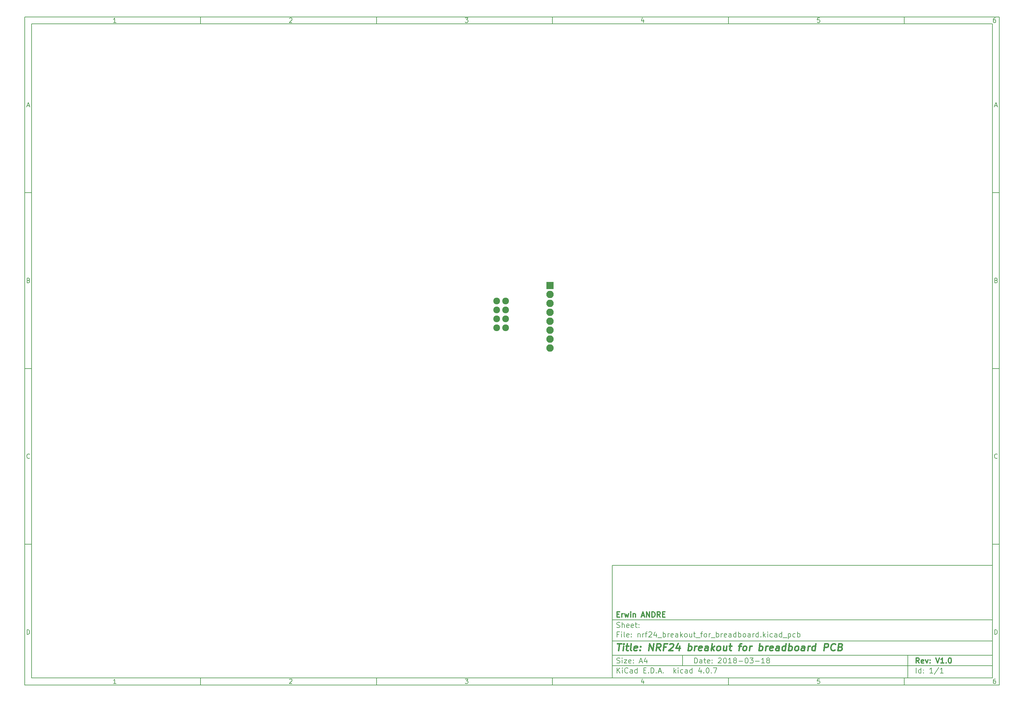
<source format=gbs>
G04 #@! TF.FileFunction,Soldermask,Bot*
%FSLAX46Y46*%
G04 Gerber Fmt 4.6, Leading zero omitted, Abs format (unit mm)*
G04 Created by KiCad (PCBNEW 4.0.7) date 03/19/18 18:58:34*
%MOMM*%
%LPD*%
G01*
G04 APERTURE LIST*
%ADD10C,0.100000*%
%ADD11C,0.150000*%
%ADD12C,0.300000*%
%ADD13C,0.400000*%
%ADD14C,1.924000*%
%ADD15R,2.100000X2.100000*%
%ADD16O,2.100000X2.100000*%
G04 APERTURE END LIST*
D10*
D11*
X177002200Y-166007200D02*
X177002200Y-198007200D01*
X285002200Y-198007200D01*
X285002200Y-166007200D01*
X177002200Y-166007200D01*
D10*
D11*
X10000000Y-10000000D02*
X10000000Y-200007200D01*
X287002200Y-200007200D01*
X287002200Y-10000000D01*
X10000000Y-10000000D01*
D10*
D11*
X12000000Y-12000000D02*
X12000000Y-198007200D01*
X285002200Y-198007200D01*
X285002200Y-12000000D01*
X12000000Y-12000000D01*
D10*
D11*
X60000000Y-12000000D02*
X60000000Y-10000000D01*
D10*
D11*
X110000000Y-12000000D02*
X110000000Y-10000000D01*
D10*
D11*
X160000000Y-12000000D02*
X160000000Y-10000000D01*
D10*
D11*
X210000000Y-12000000D02*
X210000000Y-10000000D01*
D10*
D11*
X260000000Y-12000000D02*
X260000000Y-10000000D01*
D10*
D11*
X35990476Y-11588095D02*
X35247619Y-11588095D01*
X35619048Y-11588095D02*
X35619048Y-10288095D01*
X35495238Y-10473810D01*
X35371429Y-10597619D01*
X35247619Y-10659524D01*
D10*
D11*
X85247619Y-10411905D02*
X85309524Y-10350000D01*
X85433333Y-10288095D01*
X85742857Y-10288095D01*
X85866667Y-10350000D01*
X85928571Y-10411905D01*
X85990476Y-10535714D01*
X85990476Y-10659524D01*
X85928571Y-10845238D01*
X85185714Y-11588095D01*
X85990476Y-11588095D01*
D10*
D11*
X135185714Y-10288095D02*
X135990476Y-10288095D01*
X135557143Y-10783333D01*
X135742857Y-10783333D01*
X135866667Y-10845238D01*
X135928571Y-10907143D01*
X135990476Y-11030952D01*
X135990476Y-11340476D01*
X135928571Y-11464286D01*
X135866667Y-11526190D01*
X135742857Y-11588095D01*
X135371429Y-11588095D01*
X135247619Y-11526190D01*
X135185714Y-11464286D01*
D10*
D11*
X185866667Y-10721429D02*
X185866667Y-11588095D01*
X185557143Y-10226190D02*
X185247619Y-11154762D01*
X186052381Y-11154762D01*
D10*
D11*
X235928571Y-10288095D02*
X235309524Y-10288095D01*
X235247619Y-10907143D01*
X235309524Y-10845238D01*
X235433333Y-10783333D01*
X235742857Y-10783333D01*
X235866667Y-10845238D01*
X235928571Y-10907143D01*
X235990476Y-11030952D01*
X235990476Y-11340476D01*
X235928571Y-11464286D01*
X235866667Y-11526190D01*
X235742857Y-11588095D01*
X235433333Y-11588095D01*
X235309524Y-11526190D01*
X235247619Y-11464286D01*
D10*
D11*
X285866667Y-10288095D02*
X285619048Y-10288095D01*
X285495238Y-10350000D01*
X285433333Y-10411905D01*
X285309524Y-10597619D01*
X285247619Y-10845238D01*
X285247619Y-11340476D01*
X285309524Y-11464286D01*
X285371429Y-11526190D01*
X285495238Y-11588095D01*
X285742857Y-11588095D01*
X285866667Y-11526190D01*
X285928571Y-11464286D01*
X285990476Y-11340476D01*
X285990476Y-11030952D01*
X285928571Y-10907143D01*
X285866667Y-10845238D01*
X285742857Y-10783333D01*
X285495238Y-10783333D01*
X285371429Y-10845238D01*
X285309524Y-10907143D01*
X285247619Y-11030952D01*
D10*
D11*
X60000000Y-198007200D02*
X60000000Y-200007200D01*
D10*
D11*
X110000000Y-198007200D02*
X110000000Y-200007200D01*
D10*
D11*
X160000000Y-198007200D02*
X160000000Y-200007200D01*
D10*
D11*
X210000000Y-198007200D02*
X210000000Y-200007200D01*
D10*
D11*
X260000000Y-198007200D02*
X260000000Y-200007200D01*
D10*
D11*
X35990476Y-199595295D02*
X35247619Y-199595295D01*
X35619048Y-199595295D02*
X35619048Y-198295295D01*
X35495238Y-198481010D01*
X35371429Y-198604819D01*
X35247619Y-198666724D01*
D10*
D11*
X85247619Y-198419105D02*
X85309524Y-198357200D01*
X85433333Y-198295295D01*
X85742857Y-198295295D01*
X85866667Y-198357200D01*
X85928571Y-198419105D01*
X85990476Y-198542914D01*
X85990476Y-198666724D01*
X85928571Y-198852438D01*
X85185714Y-199595295D01*
X85990476Y-199595295D01*
D10*
D11*
X135185714Y-198295295D02*
X135990476Y-198295295D01*
X135557143Y-198790533D01*
X135742857Y-198790533D01*
X135866667Y-198852438D01*
X135928571Y-198914343D01*
X135990476Y-199038152D01*
X135990476Y-199347676D01*
X135928571Y-199471486D01*
X135866667Y-199533390D01*
X135742857Y-199595295D01*
X135371429Y-199595295D01*
X135247619Y-199533390D01*
X135185714Y-199471486D01*
D10*
D11*
X185866667Y-198728629D02*
X185866667Y-199595295D01*
X185557143Y-198233390D02*
X185247619Y-199161962D01*
X186052381Y-199161962D01*
D10*
D11*
X235928571Y-198295295D02*
X235309524Y-198295295D01*
X235247619Y-198914343D01*
X235309524Y-198852438D01*
X235433333Y-198790533D01*
X235742857Y-198790533D01*
X235866667Y-198852438D01*
X235928571Y-198914343D01*
X235990476Y-199038152D01*
X235990476Y-199347676D01*
X235928571Y-199471486D01*
X235866667Y-199533390D01*
X235742857Y-199595295D01*
X235433333Y-199595295D01*
X235309524Y-199533390D01*
X235247619Y-199471486D01*
D10*
D11*
X285866667Y-198295295D02*
X285619048Y-198295295D01*
X285495238Y-198357200D01*
X285433333Y-198419105D01*
X285309524Y-198604819D01*
X285247619Y-198852438D01*
X285247619Y-199347676D01*
X285309524Y-199471486D01*
X285371429Y-199533390D01*
X285495238Y-199595295D01*
X285742857Y-199595295D01*
X285866667Y-199533390D01*
X285928571Y-199471486D01*
X285990476Y-199347676D01*
X285990476Y-199038152D01*
X285928571Y-198914343D01*
X285866667Y-198852438D01*
X285742857Y-198790533D01*
X285495238Y-198790533D01*
X285371429Y-198852438D01*
X285309524Y-198914343D01*
X285247619Y-199038152D01*
D10*
D11*
X10000000Y-60000000D02*
X12000000Y-60000000D01*
D10*
D11*
X10000000Y-110000000D02*
X12000000Y-110000000D01*
D10*
D11*
X10000000Y-160000000D02*
X12000000Y-160000000D01*
D10*
D11*
X10690476Y-35216667D02*
X11309524Y-35216667D01*
X10566667Y-35588095D02*
X11000000Y-34288095D01*
X11433333Y-35588095D01*
D10*
D11*
X11092857Y-84907143D02*
X11278571Y-84969048D01*
X11340476Y-85030952D01*
X11402381Y-85154762D01*
X11402381Y-85340476D01*
X11340476Y-85464286D01*
X11278571Y-85526190D01*
X11154762Y-85588095D01*
X10659524Y-85588095D01*
X10659524Y-84288095D01*
X11092857Y-84288095D01*
X11216667Y-84350000D01*
X11278571Y-84411905D01*
X11340476Y-84535714D01*
X11340476Y-84659524D01*
X11278571Y-84783333D01*
X11216667Y-84845238D01*
X11092857Y-84907143D01*
X10659524Y-84907143D01*
D10*
D11*
X11402381Y-135464286D02*
X11340476Y-135526190D01*
X11154762Y-135588095D01*
X11030952Y-135588095D01*
X10845238Y-135526190D01*
X10721429Y-135402381D01*
X10659524Y-135278571D01*
X10597619Y-135030952D01*
X10597619Y-134845238D01*
X10659524Y-134597619D01*
X10721429Y-134473810D01*
X10845238Y-134350000D01*
X11030952Y-134288095D01*
X11154762Y-134288095D01*
X11340476Y-134350000D01*
X11402381Y-134411905D01*
D10*
D11*
X10659524Y-185588095D02*
X10659524Y-184288095D01*
X10969048Y-184288095D01*
X11154762Y-184350000D01*
X11278571Y-184473810D01*
X11340476Y-184597619D01*
X11402381Y-184845238D01*
X11402381Y-185030952D01*
X11340476Y-185278571D01*
X11278571Y-185402381D01*
X11154762Y-185526190D01*
X10969048Y-185588095D01*
X10659524Y-185588095D01*
D10*
D11*
X287002200Y-60000000D02*
X285002200Y-60000000D01*
D10*
D11*
X287002200Y-110000000D02*
X285002200Y-110000000D01*
D10*
D11*
X287002200Y-160000000D02*
X285002200Y-160000000D01*
D10*
D11*
X285692676Y-35216667D02*
X286311724Y-35216667D01*
X285568867Y-35588095D02*
X286002200Y-34288095D01*
X286435533Y-35588095D01*
D10*
D11*
X286095057Y-84907143D02*
X286280771Y-84969048D01*
X286342676Y-85030952D01*
X286404581Y-85154762D01*
X286404581Y-85340476D01*
X286342676Y-85464286D01*
X286280771Y-85526190D01*
X286156962Y-85588095D01*
X285661724Y-85588095D01*
X285661724Y-84288095D01*
X286095057Y-84288095D01*
X286218867Y-84350000D01*
X286280771Y-84411905D01*
X286342676Y-84535714D01*
X286342676Y-84659524D01*
X286280771Y-84783333D01*
X286218867Y-84845238D01*
X286095057Y-84907143D01*
X285661724Y-84907143D01*
D10*
D11*
X286404581Y-135464286D02*
X286342676Y-135526190D01*
X286156962Y-135588095D01*
X286033152Y-135588095D01*
X285847438Y-135526190D01*
X285723629Y-135402381D01*
X285661724Y-135278571D01*
X285599819Y-135030952D01*
X285599819Y-134845238D01*
X285661724Y-134597619D01*
X285723629Y-134473810D01*
X285847438Y-134350000D01*
X286033152Y-134288095D01*
X286156962Y-134288095D01*
X286342676Y-134350000D01*
X286404581Y-134411905D01*
D10*
D11*
X285661724Y-185588095D02*
X285661724Y-184288095D01*
X285971248Y-184288095D01*
X286156962Y-184350000D01*
X286280771Y-184473810D01*
X286342676Y-184597619D01*
X286404581Y-184845238D01*
X286404581Y-185030952D01*
X286342676Y-185278571D01*
X286280771Y-185402381D01*
X286156962Y-185526190D01*
X285971248Y-185588095D01*
X285661724Y-185588095D01*
D10*
D11*
X200359343Y-193785771D02*
X200359343Y-192285771D01*
X200716486Y-192285771D01*
X200930771Y-192357200D01*
X201073629Y-192500057D01*
X201145057Y-192642914D01*
X201216486Y-192928629D01*
X201216486Y-193142914D01*
X201145057Y-193428629D01*
X201073629Y-193571486D01*
X200930771Y-193714343D01*
X200716486Y-193785771D01*
X200359343Y-193785771D01*
X202502200Y-193785771D02*
X202502200Y-193000057D01*
X202430771Y-192857200D01*
X202287914Y-192785771D01*
X202002200Y-192785771D01*
X201859343Y-192857200D01*
X202502200Y-193714343D02*
X202359343Y-193785771D01*
X202002200Y-193785771D01*
X201859343Y-193714343D01*
X201787914Y-193571486D01*
X201787914Y-193428629D01*
X201859343Y-193285771D01*
X202002200Y-193214343D01*
X202359343Y-193214343D01*
X202502200Y-193142914D01*
X203002200Y-192785771D02*
X203573629Y-192785771D01*
X203216486Y-192285771D02*
X203216486Y-193571486D01*
X203287914Y-193714343D01*
X203430772Y-193785771D01*
X203573629Y-193785771D01*
X204645057Y-193714343D02*
X204502200Y-193785771D01*
X204216486Y-193785771D01*
X204073629Y-193714343D01*
X204002200Y-193571486D01*
X204002200Y-193000057D01*
X204073629Y-192857200D01*
X204216486Y-192785771D01*
X204502200Y-192785771D01*
X204645057Y-192857200D01*
X204716486Y-193000057D01*
X204716486Y-193142914D01*
X204002200Y-193285771D01*
X205359343Y-193642914D02*
X205430771Y-193714343D01*
X205359343Y-193785771D01*
X205287914Y-193714343D01*
X205359343Y-193642914D01*
X205359343Y-193785771D01*
X205359343Y-192857200D02*
X205430771Y-192928629D01*
X205359343Y-193000057D01*
X205287914Y-192928629D01*
X205359343Y-192857200D01*
X205359343Y-193000057D01*
X207145057Y-192428629D02*
X207216486Y-192357200D01*
X207359343Y-192285771D01*
X207716486Y-192285771D01*
X207859343Y-192357200D01*
X207930772Y-192428629D01*
X208002200Y-192571486D01*
X208002200Y-192714343D01*
X207930772Y-192928629D01*
X207073629Y-193785771D01*
X208002200Y-193785771D01*
X208930771Y-192285771D02*
X209073628Y-192285771D01*
X209216485Y-192357200D01*
X209287914Y-192428629D01*
X209359343Y-192571486D01*
X209430771Y-192857200D01*
X209430771Y-193214343D01*
X209359343Y-193500057D01*
X209287914Y-193642914D01*
X209216485Y-193714343D01*
X209073628Y-193785771D01*
X208930771Y-193785771D01*
X208787914Y-193714343D01*
X208716485Y-193642914D01*
X208645057Y-193500057D01*
X208573628Y-193214343D01*
X208573628Y-192857200D01*
X208645057Y-192571486D01*
X208716485Y-192428629D01*
X208787914Y-192357200D01*
X208930771Y-192285771D01*
X210859342Y-193785771D02*
X210002199Y-193785771D01*
X210430771Y-193785771D02*
X210430771Y-192285771D01*
X210287914Y-192500057D01*
X210145056Y-192642914D01*
X210002199Y-192714343D01*
X211716485Y-192928629D02*
X211573627Y-192857200D01*
X211502199Y-192785771D01*
X211430770Y-192642914D01*
X211430770Y-192571486D01*
X211502199Y-192428629D01*
X211573627Y-192357200D01*
X211716485Y-192285771D01*
X212002199Y-192285771D01*
X212145056Y-192357200D01*
X212216485Y-192428629D01*
X212287913Y-192571486D01*
X212287913Y-192642914D01*
X212216485Y-192785771D01*
X212145056Y-192857200D01*
X212002199Y-192928629D01*
X211716485Y-192928629D01*
X211573627Y-193000057D01*
X211502199Y-193071486D01*
X211430770Y-193214343D01*
X211430770Y-193500057D01*
X211502199Y-193642914D01*
X211573627Y-193714343D01*
X211716485Y-193785771D01*
X212002199Y-193785771D01*
X212145056Y-193714343D01*
X212216485Y-193642914D01*
X212287913Y-193500057D01*
X212287913Y-193214343D01*
X212216485Y-193071486D01*
X212145056Y-193000057D01*
X212002199Y-192928629D01*
X212930770Y-193214343D02*
X214073627Y-193214343D01*
X215073627Y-192285771D02*
X215216484Y-192285771D01*
X215359341Y-192357200D01*
X215430770Y-192428629D01*
X215502199Y-192571486D01*
X215573627Y-192857200D01*
X215573627Y-193214343D01*
X215502199Y-193500057D01*
X215430770Y-193642914D01*
X215359341Y-193714343D01*
X215216484Y-193785771D01*
X215073627Y-193785771D01*
X214930770Y-193714343D01*
X214859341Y-193642914D01*
X214787913Y-193500057D01*
X214716484Y-193214343D01*
X214716484Y-192857200D01*
X214787913Y-192571486D01*
X214859341Y-192428629D01*
X214930770Y-192357200D01*
X215073627Y-192285771D01*
X216073627Y-192285771D02*
X217002198Y-192285771D01*
X216502198Y-192857200D01*
X216716484Y-192857200D01*
X216859341Y-192928629D01*
X216930770Y-193000057D01*
X217002198Y-193142914D01*
X217002198Y-193500057D01*
X216930770Y-193642914D01*
X216859341Y-193714343D01*
X216716484Y-193785771D01*
X216287912Y-193785771D01*
X216145055Y-193714343D01*
X216073627Y-193642914D01*
X217645055Y-193214343D02*
X218787912Y-193214343D01*
X220287912Y-193785771D02*
X219430769Y-193785771D01*
X219859341Y-193785771D02*
X219859341Y-192285771D01*
X219716484Y-192500057D01*
X219573626Y-192642914D01*
X219430769Y-192714343D01*
X221145055Y-192928629D02*
X221002197Y-192857200D01*
X220930769Y-192785771D01*
X220859340Y-192642914D01*
X220859340Y-192571486D01*
X220930769Y-192428629D01*
X221002197Y-192357200D01*
X221145055Y-192285771D01*
X221430769Y-192285771D01*
X221573626Y-192357200D01*
X221645055Y-192428629D01*
X221716483Y-192571486D01*
X221716483Y-192642914D01*
X221645055Y-192785771D01*
X221573626Y-192857200D01*
X221430769Y-192928629D01*
X221145055Y-192928629D01*
X221002197Y-193000057D01*
X220930769Y-193071486D01*
X220859340Y-193214343D01*
X220859340Y-193500057D01*
X220930769Y-193642914D01*
X221002197Y-193714343D01*
X221145055Y-193785771D01*
X221430769Y-193785771D01*
X221573626Y-193714343D01*
X221645055Y-193642914D01*
X221716483Y-193500057D01*
X221716483Y-193214343D01*
X221645055Y-193071486D01*
X221573626Y-193000057D01*
X221430769Y-192928629D01*
D10*
D11*
X177002200Y-194507200D02*
X285002200Y-194507200D01*
D10*
D11*
X178359343Y-196585771D02*
X178359343Y-195085771D01*
X179216486Y-196585771D02*
X178573629Y-195728629D01*
X179216486Y-195085771D02*
X178359343Y-195942914D01*
X179859343Y-196585771D02*
X179859343Y-195585771D01*
X179859343Y-195085771D02*
X179787914Y-195157200D01*
X179859343Y-195228629D01*
X179930771Y-195157200D01*
X179859343Y-195085771D01*
X179859343Y-195228629D01*
X181430772Y-196442914D02*
X181359343Y-196514343D01*
X181145057Y-196585771D01*
X181002200Y-196585771D01*
X180787915Y-196514343D01*
X180645057Y-196371486D01*
X180573629Y-196228629D01*
X180502200Y-195942914D01*
X180502200Y-195728629D01*
X180573629Y-195442914D01*
X180645057Y-195300057D01*
X180787915Y-195157200D01*
X181002200Y-195085771D01*
X181145057Y-195085771D01*
X181359343Y-195157200D01*
X181430772Y-195228629D01*
X182716486Y-196585771D02*
X182716486Y-195800057D01*
X182645057Y-195657200D01*
X182502200Y-195585771D01*
X182216486Y-195585771D01*
X182073629Y-195657200D01*
X182716486Y-196514343D02*
X182573629Y-196585771D01*
X182216486Y-196585771D01*
X182073629Y-196514343D01*
X182002200Y-196371486D01*
X182002200Y-196228629D01*
X182073629Y-196085771D01*
X182216486Y-196014343D01*
X182573629Y-196014343D01*
X182716486Y-195942914D01*
X184073629Y-196585771D02*
X184073629Y-195085771D01*
X184073629Y-196514343D02*
X183930772Y-196585771D01*
X183645058Y-196585771D01*
X183502200Y-196514343D01*
X183430772Y-196442914D01*
X183359343Y-196300057D01*
X183359343Y-195871486D01*
X183430772Y-195728629D01*
X183502200Y-195657200D01*
X183645058Y-195585771D01*
X183930772Y-195585771D01*
X184073629Y-195657200D01*
X185930772Y-195800057D02*
X186430772Y-195800057D01*
X186645058Y-196585771D02*
X185930772Y-196585771D01*
X185930772Y-195085771D01*
X186645058Y-195085771D01*
X187287915Y-196442914D02*
X187359343Y-196514343D01*
X187287915Y-196585771D01*
X187216486Y-196514343D01*
X187287915Y-196442914D01*
X187287915Y-196585771D01*
X188002201Y-196585771D02*
X188002201Y-195085771D01*
X188359344Y-195085771D01*
X188573629Y-195157200D01*
X188716487Y-195300057D01*
X188787915Y-195442914D01*
X188859344Y-195728629D01*
X188859344Y-195942914D01*
X188787915Y-196228629D01*
X188716487Y-196371486D01*
X188573629Y-196514343D01*
X188359344Y-196585771D01*
X188002201Y-196585771D01*
X189502201Y-196442914D02*
X189573629Y-196514343D01*
X189502201Y-196585771D01*
X189430772Y-196514343D01*
X189502201Y-196442914D01*
X189502201Y-196585771D01*
X190145058Y-196157200D02*
X190859344Y-196157200D01*
X190002201Y-196585771D02*
X190502201Y-195085771D01*
X191002201Y-196585771D01*
X191502201Y-196442914D02*
X191573629Y-196514343D01*
X191502201Y-196585771D01*
X191430772Y-196514343D01*
X191502201Y-196442914D01*
X191502201Y-196585771D01*
X194502201Y-196585771D02*
X194502201Y-195085771D01*
X194645058Y-196014343D02*
X195073629Y-196585771D01*
X195073629Y-195585771D02*
X194502201Y-196157200D01*
X195716487Y-196585771D02*
X195716487Y-195585771D01*
X195716487Y-195085771D02*
X195645058Y-195157200D01*
X195716487Y-195228629D01*
X195787915Y-195157200D01*
X195716487Y-195085771D01*
X195716487Y-195228629D01*
X197073630Y-196514343D02*
X196930773Y-196585771D01*
X196645059Y-196585771D01*
X196502201Y-196514343D01*
X196430773Y-196442914D01*
X196359344Y-196300057D01*
X196359344Y-195871486D01*
X196430773Y-195728629D01*
X196502201Y-195657200D01*
X196645059Y-195585771D01*
X196930773Y-195585771D01*
X197073630Y-195657200D01*
X198359344Y-196585771D02*
X198359344Y-195800057D01*
X198287915Y-195657200D01*
X198145058Y-195585771D01*
X197859344Y-195585771D01*
X197716487Y-195657200D01*
X198359344Y-196514343D02*
X198216487Y-196585771D01*
X197859344Y-196585771D01*
X197716487Y-196514343D01*
X197645058Y-196371486D01*
X197645058Y-196228629D01*
X197716487Y-196085771D01*
X197859344Y-196014343D01*
X198216487Y-196014343D01*
X198359344Y-195942914D01*
X199716487Y-196585771D02*
X199716487Y-195085771D01*
X199716487Y-196514343D02*
X199573630Y-196585771D01*
X199287916Y-196585771D01*
X199145058Y-196514343D01*
X199073630Y-196442914D01*
X199002201Y-196300057D01*
X199002201Y-195871486D01*
X199073630Y-195728629D01*
X199145058Y-195657200D01*
X199287916Y-195585771D01*
X199573630Y-195585771D01*
X199716487Y-195657200D01*
X202216487Y-195585771D02*
X202216487Y-196585771D01*
X201859344Y-195014343D02*
X201502201Y-196085771D01*
X202430773Y-196085771D01*
X203002201Y-196442914D02*
X203073629Y-196514343D01*
X203002201Y-196585771D01*
X202930772Y-196514343D01*
X203002201Y-196442914D01*
X203002201Y-196585771D01*
X204002201Y-195085771D02*
X204145058Y-195085771D01*
X204287915Y-195157200D01*
X204359344Y-195228629D01*
X204430773Y-195371486D01*
X204502201Y-195657200D01*
X204502201Y-196014343D01*
X204430773Y-196300057D01*
X204359344Y-196442914D01*
X204287915Y-196514343D01*
X204145058Y-196585771D01*
X204002201Y-196585771D01*
X203859344Y-196514343D01*
X203787915Y-196442914D01*
X203716487Y-196300057D01*
X203645058Y-196014343D01*
X203645058Y-195657200D01*
X203716487Y-195371486D01*
X203787915Y-195228629D01*
X203859344Y-195157200D01*
X204002201Y-195085771D01*
X205145058Y-196442914D02*
X205216486Y-196514343D01*
X205145058Y-196585771D01*
X205073629Y-196514343D01*
X205145058Y-196442914D01*
X205145058Y-196585771D01*
X205716487Y-195085771D02*
X206716487Y-195085771D01*
X206073630Y-196585771D01*
D10*
D11*
X177002200Y-191507200D02*
X285002200Y-191507200D01*
D10*
D12*
X264216486Y-193785771D02*
X263716486Y-193071486D01*
X263359343Y-193785771D02*
X263359343Y-192285771D01*
X263930771Y-192285771D01*
X264073629Y-192357200D01*
X264145057Y-192428629D01*
X264216486Y-192571486D01*
X264216486Y-192785771D01*
X264145057Y-192928629D01*
X264073629Y-193000057D01*
X263930771Y-193071486D01*
X263359343Y-193071486D01*
X265430771Y-193714343D02*
X265287914Y-193785771D01*
X265002200Y-193785771D01*
X264859343Y-193714343D01*
X264787914Y-193571486D01*
X264787914Y-193000057D01*
X264859343Y-192857200D01*
X265002200Y-192785771D01*
X265287914Y-192785771D01*
X265430771Y-192857200D01*
X265502200Y-193000057D01*
X265502200Y-193142914D01*
X264787914Y-193285771D01*
X266002200Y-192785771D02*
X266359343Y-193785771D01*
X266716485Y-192785771D01*
X267287914Y-193642914D02*
X267359342Y-193714343D01*
X267287914Y-193785771D01*
X267216485Y-193714343D01*
X267287914Y-193642914D01*
X267287914Y-193785771D01*
X267287914Y-192857200D02*
X267359342Y-192928629D01*
X267287914Y-193000057D01*
X267216485Y-192928629D01*
X267287914Y-192857200D01*
X267287914Y-193000057D01*
X268930771Y-192285771D02*
X269430771Y-193785771D01*
X269930771Y-192285771D01*
X271216485Y-193785771D02*
X270359342Y-193785771D01*
X270787914Y-193785771D02*
X270787914Y-192285771D01*
X270645057Y-192500057D01*
X270502199Y-192642914D01*
X270359342Y-192714343D01*
X271859342Y-193642914D02*
X271930770Y-193714343D01*
X271859342Y-193785771D01*
X271787913Y-193714343D01*
X271859342Y-193642914D01*
X271859342Y-193785771D01*
X272859342Y-192285771D02*
X273002199Y-192285771D01*
X273145056Y-192357200D01*
X273216485Y-192428629D01*
X273287914Y-192571486D01*
X273359342Y-192857200D01*
X273359342Y-193214343D01*
X273287914Y-193500057D01*
X273216485Y-193642914D01*
X273145056Y-193714343D01*
X273002199Y-193785771D01*
X272859342Y-193785771D01*
X272716485Y-193714343D01*
X272645056Y-193642914D01*
X272573628Y-193500057D01*
X272502199Y-193214343D01*
X272502199Y-192857200D01*
X272573628Y-192571486D01*
X272645056Y-192428629D01*
X272716485Y-192357200D01*
X272859342Y-192285771D01*
D10*
D11*
X178287914Y-193714343D02*
X178502200Y-193785771D01*
X178859343Y-193785771D01*
X179002200Y-193714343D01*
X179073629Y-193642914D01*
X179145057Y-193500057D01*
X179145057Y-193357200D01*
X179073629Y-193214343D01*
X179002200Y-193142914D01*
X178859343Y-193071486D01*
X178573629Y-193000057D01*
X178430771Y-192928629D01*
X178359343Y-192857200D01*
X178287914Y-192714343D01*
X178287914Y-192571486D01*
X178359343Y-192428629D01*
X178430771Y-192357200D01*
X178573629Y-192285771D01*
X178930771Y-192285771D01*
X179145057Y-192357200D01*
X179787914Y-193785771D02*
X179787914Y-192785771D01*
X179787914Y-192285771D02*
X179716485Y-192357200D01*
X179787914Y-192428629D01*
X179859342Y-192357200D01*
X179787914Y-192285771D01*
X179787914Y-192428629D01*
X180359343Y-192785771D02*
X181145057Y-192785771D01*
X180359343Y-193785771D01*
X181145057Y-193785771D01*
X182287914Y-193714343D02*
X182145057Y-193785771D01*
X181859343Y-193785771D01*
X181716486Y-193714343D01*
X181645057Y-193571486D01*
X181645057Y-193000057D01*
X181716486Y-192857200D01*
X181859343Y-192785771D01*
X182145057Y-192785771D01*
X182287914Y-192857200D01*
X182359343Y-193000057D01*
X182359343Y-193142914D01*
X181645057Y-193285771D01*
X183002200Y-193642914D02*
X183073628Y-193714343D01*
X183002200Y-193785771D01*
X182930771Y-193714343D01*
X183002200Y-193642914D01*
X183002200Y-193785771D01*
X183002200Y-192857200D02*
X183073628Y-192928629D01*
X183002200Y-193000057D01*
X182930771Y-192928629D01*
X183002200Y-192857200D01*
X183002200Y-193000057D01*
X184787914Y-193357200D02*
X185502200Y-193357200D01*
X184645057Y-193785771D02*
X185145057Y-192285771D01*
X185645057Y-193785771D01*
X186787914Y-192785771D02*
X186787914Y-193785771D01*
X186430771Y-192214343D02*
X186073628Y-193285771D01*
X187002200Y-193285771D01*
D10*
D11*
X263359343Y-196585771D02*
X263359343Y-195085771D01*
X264716486Y-196585771D02*
X264716486Y-195085771D01*
X264716486Y-196514343D02*
X264573629Y-196585771D01*
X264287915Y-196585771D01*
X264145057Y-196514343D01*
X264073629Y-196442914D01*
X264002200Y-196300057D01*
X264002200Y-195871486D01*
X264073629Y-195728629D01*
X264145057Y-195657200D01*
X264287915Y-195585771D01*
X264573629Y-195585771D01*
X264716486Y-195657200D01*
X265430772Y-196442914D02*
X265502200Y-196514343D01*
X265430772Y-196585771D01*
X265359343Y-196514343D01*
X265430772Y-196442914D01*
X265430772Y-196585771D01*
X265430772Y-195657200D02*
X265502200Y-195728629D01*
X265430772Y-195800057D01*
X265359343Y-195728629D01*
X265430772Y-195657200D01*
X265430772Y-195800057D01*
X268073629Y-196585771D02*
X267216486Y-196585771D01*
X267645058Y-196585771D02*
X267645058Y-195085771D01*
X267502201Y-195300057D01*
X267359343Y-195442914D01*
X267216486Y-195514343D01*
X269787914Y-195014343D02*
X268502200Y-196942914D01*
X271073629Y-196585771D02*
X270216486Y-196585771D01*
X270645058Y-196585771D02*
X270645058Y-195085771D01*
X270502201Y-195300057D01*
X270359343Y-195442914D01*
X270216486Y-195514343D01*
D10*
D11*
X177002200Y-187507200D02*
X285002200Y-187507200D01*
D10*
D13*
X178454581Y-188211962D02*
X179597438Y-188211962D01*
X178776010Y-190211962D02*
X179026010Y-188211962D01*
X180014105Y-190211962D02*
X180180771Y-188878629D01*
X180264105Y-188211962D02*
X180156962Y-188307200D01*
X180240295Y-188402438D01*
X180347439Y-188307200D01*
X180264105Y-188211962D01*
X180240295Y-188402438D01*
X180847438Y-188878629D02*
X181609343Y-188878629D01*
X181216486Y-188211962D02*
X181002200Y-189926248D01*
X181073630Y-190116724D01*
X181252201Y-190211962D01*
X181442677Y-190211962D01*
X182395058Y-190211962D02*
X182216487Y-190116724D01*
X182145057Y-189926248D01*
X182359343Y-188211962D01*
X183930772Y-190116724D02*
X183728391Y-190211962D01*
X183347439Y-190211962D01*
X183168867Y-190116724D01*
X183097438Y-189926248D01*
X183192676Y-189164343D01*
X183311724Y-188973867D01*
X183514105Y-188878629D01*
X183895057Y-188878629D01*
X184073629Y-188973867D01*
X184145057Y-189164343D01*
X184121248Y-189354819D01*
X183145057Y-189545295D01*
X184895057Y-190021486D02*
X184978392Y-190116724D01*
X184871248Y-190211962D01*
X184787915Y-190116724D01*
X184895057Y-190021486D01*
X184871248Y-190211962D01*
X185026010Y-188973867D02*
X185109344Y-189069105D01*
X185002200Y-189164343D01*
X184918867Y-189069105D01*
X185026010Y-188973867D01*
X185002200Y-189164343D01*
X187347439Y-190211962D02*
X187597439Y-188211962D01*
X188490297Y-190211962D01*
X188740297Y-188211962D01*
X190585535Y-190211962D02*
X190037915Y-189259581D01*
X189442677Y-190211962D02*
X189692677Y-188211962D01*
X190454582Y-188211962D01*
X190633153Y-188307200D01*
X190716487Y-188402438D01*
X190787916Y-188592914D01*
X190752201Y-188878629D01*
X190633154Y-189069105D01*
X190526010Y-189164343D01*
X190323629Y-189259581D01*
X189561724Y-189259581D01*
X192240296Y-189164343D02*
X191573629Y-189164343D01*
X191442677Y-190211962D02*
X191692677Y-188211962D01*
X192645058Y-188211962D01*
X193287915Y-188402438D02*
X193395058Y-188307200D01*
X193597440Y-188211962D01*
X194073630Y-188211962D01*
X194252201Y-188307200D01*
X194335534Y-188402438D01*
X194406964Y-188592914D01*
X194383154Y-188783390D01*
X194252201Y-189069105D01*
X192966487Y-190211962D01*
X194204583Y-190211962D01*
X196085534Y-188878629D02*
X195918868Y-190211962D01*
X195704583Y-188116724D02*
X195049820Y-189545295D01*
X196287916Y-189545295D01*
X198490297Y-190211962D02*
X198740297Y-188211962D01*
X198645059Y-188973867D02*
X198847440Y-188878629D01*
X199228392Y-188878629D01*
X199406964Y-188973867D01*
X199490297Y-189069105D01*
X199561725Y-189259581D01*
X199490297Y-189831010D01*
X199371249Y-190021486D01*
X199264107Y-190116724D01*
X199061726Y-190211962D01*
X198680774Y-190211962D01*
X198502202Y-190116724D01*
X200299821Y-190211962D02*
X200466487Y-188878629D01*
X200418868Y-189259581D02*
X200537917Y-189069105D01*
X200645060Y-188973867D01*
X200847440Y-188878629D01*
X201037916Y-188878629D01*
X202311726Y-190116724D02*
X202109345Y-190211962D01*
X201728393Y-190211962D01*
X201549821Y-190116724D01*
X201478392Y-189926248D01*
X201573630Y-189164343D01*
X201692678Y-188973867D01*
X201895059Y-188878629D01*
X202276011Y-188878629D01*
X202454583Y-188973867D01*
X202526011Y-189164343D01*
X202502202Y-189354819D01*
X201526011Y-189545295D01*
X204109345Y-190211962D02*
X204240297Y-189164343D01*
X204168869Y-188973867D01*
X203990297Y-188878629D01*
X203609345Y-188878629D01*
X203406964Y-188973867D01*
X204121250Y-190116724D02*
X203918869Y-190211962D01*
X203442679Y-190211962D01*
X203264107Y-190116724D01*
X203192678Y-189926248D01*
X203216488Y-189735771D01*
X203335535Y-189545295D01*
X203537917Y-189450057D01*
X204014107Y-189450057D01*
X204216488Y-189354819D01*
X205061726Y-190211962D02*
X205311726Y-188211962D01*
X205347441Y-189450057D02*
X205823631Y-190211962D01*
X205990297Y-188878629D02*
X205133154Y-189640533D01*
X206966489Y-190211962D02*
X206787918Y-190116724D01*
X206704583Y-190021486D01*
X206633155Y-189831010D01*
X206704583Y-189259581D01*
X206823631Y-189069105D01*
X206930775Y-188973867D01*
X207133155Y-188878629D01*
X207418869Y-188878629D01*
X207597441Y-188973867D01*
X207680774Y-189069105D01*
X207752202Y-189259581D01*
X207680774Y-189831010D01*
X207561726Y-190021486D01*
X207454584Y-190116724D01*
X207252203Y-190211962D01*
X206966489Y-190211962D01*
X209514107Y-188878629D02*
X209347441Y-190211962D01*
X208656964Y-188878629D02*
X208526012Y-189926248D01*
X208597442Y-190116724D01*
X208776013Y-190211962D01*
X209061727Y-190211962D01*
X209264108Y-190116724D01*
X209371250Y-190021486D01*
X210180774Y-188878629D02*
X210942679Y-188878629D01*
X210549822Y-188211962D02*
X210335536Y-189926248D01*
X210406966Y-190116724D01*
X210585537Y-190211962D01*
X210776013Y-190211962D01*
X212847441Y-188878629D02*
X213609346Y-188878629D01*
X212966489Y-190211962D02*
X213180775Y-188497676D01*
X213299823Y-188307200D01*
X213502204Y-188211962D01*
X213692680Y-188211962D01*
X214395061Y-190211962D02*
X214216490Y-190116724D01*
X214133155Y-190021486D01*
X214061727Y-189831010D01*
X214133155Y-189259581D01*
X214252203Y-189069105D01*
X214359347Y-188973867D01*
X214561727Y-188878629D01*
X214847441Y-188878629D01*
X215026013Y-188973867D01*
X215109346Y-189069105D01*
X215180774Y-189259581D01*
X215109346Y-189831010D01*
X214990298Y-190021486D01*
X214883156Y-190116724D01*
X214680775Y-190211962D01*
X214395061Y-190211962D01*
X215918870Y-190211962D02*
X216085536Y-188878629D01*
X216037917Y-189259581D02*
X216156966Y-189069105D01*
X216264109Y-188973867D01*
X216466489Y-188878629D01*
X216656965Y-188878629D01*
X218680775Y-190211962D02*
X218930775Y-188211962D01*
X218835537Y-188973867D02*
X219037918Y-188878629D01*
X219418870Y-188878629D01*
X219597442Y-188973867D01*
X219680775Y-189069105D01*
X219752203Y-189259581D01*
X219680775Y-189831010D01*
X219561727Y-190021486D01*
X219454585Y-190116724D01*
X219252204Y-190211962D01*
X218871252Y-190211962D01*
X218692680Y-190116724D01*
X220490299Y-190211962D02*
X220656965Y-188878629D01*
X220609346Y-189259581D02*
X220728395Y-189069105D01*
X220835538Y-188973867D01*
X221037918Y-188878629D01*
X221228394Y-188878629D01*
X222502204Y-190116724D02*
X222299823Y-190211962D01*
X221918871Y-190211962D01*
X221740299Y-190116724D01*
X221668870Y-189926248D01*
X221764108Y-189164343D01*
X221883156Y-188973867D01*
X222085537Y-188878629D01*
X222466489Y-188878629D01*
X222645061Y-188973867D01*
X222716489Y-189164343D01*
X222692680Y-189354819D01*
X221716489Y-189545295D01*
X224299823Y-190211962D02*
X224430775Y-189164343D01*
X224359347Y-188973867D01*
X224180775Y-188878629D01*
X223799823Y-188878629D01*
X223597442Y-188973867D01*
X224311728Y-190116724D02*
X224109347Y-190211962D01*
X223633157Y-190211962D01*
X223454585Y-190116724D01*
X223383156Y-189926248D01*
X223406966Y-189735771D01*
X223526013Y-189545295D01*
X223728395Y-189450057D01*
X224204585Y-189450057D01*
X224406966Y-189354819D01*
X226109347Y-190211962D02*
X226359347Y-188211962D01*
X226121252Y-190116724D02*
X225918871Y-190211962D01*
X225537919Y-190211962D01*
X225359348Y-190116724D01*
X225276013Y-190021486D01*
X225204585Y-189831010D01*
X225276013Y-189259581D01*
X225395061Y-189069105D01*
X225502205Y-188973867D01*
X225704585Y-188878629D01*
X226085537Y-188878629D01*
X226264109Y-188973867D01*
X227061728Y-190211962D02*
X227311728Y-188211962D01*
X227216490Y-188973867D02*
X227418871Y-188878629D01*
X227799823Y-188878629D01*
X227978395Y-188973867D01*
X228061728Y-189069105D01*
X228133156Y-189259581D01*
X228061728Y-189831010D01*
X227942680Y-190021486D01*
X227835538Y-190116724D01*
X227633157Y-190211962D01*
X227252205Y-190211962D01*
X227073633Y-190116724D01*
X229156967Y-190211962D02*
X228978396Y-190116724D01*
X228895061Y-190021486D01*
X228823633Y-189831010D01*
X228895061Y-189259581D01*
X229014109Y-189069105D01*
X229121253Y-188973867D01*
X229323633Y-188878629D01*
X229609347Y-188878629D01*
X229787919Y-188973867D01*
X229871252Y-189069105D01*
X229942680Y-189259581D01*
X229871252Y-189831010D01*
X229752204Y-190021486D01*
X229645062Y-190116724D01*
X229442681Y-190211962D01*
X229156967Y-190211962D01*
X231537919Y-190211962D02*
X231668871Y-189164343D01*
X231597443Y-188973867D01*
X231418871Y-188878629D01*
X231037919Y-188878629D01*
X230835538Y-188973867D01*
X231549824Y-190116724D02*
X231347443Y-190211962D01*
X230871253Y-190211962D01*
X230692681Y-190116724D01*
X230621252Y-189926248D01*
X230645062Y-189735771D01*
X230764109Y-189545295D01*
X230966491Y-189450057D01*
X231442681Y-189450057D01*
X231645062Y-189354819D01*
X232490300Y-190211962D02*
X232656966Y-188878629D01*
X232609347Y-189259581D02*
X232728396Y-189069105D01*
X232835539Y-188973867D01*
X233037919Y-188878629D01*
X233228395Y-188878629D01*
X234585538Y-190211962D02*
X234835538Y-188211962D01*
X234597443Y-190116724D02*
X234395062Y-190211962D01*
X234014110Y-190211962D01*
X233835539Y-190116724D01*
X233752204Y-190021486D01*
X233680776Y-189831010D01*
X233752204Y-189259581D01*
X233871252Y-189069105D01*
X233978396Y-188973867D01*
X234180776Y-188878629D01*
X234561728Y-188878629D01*
X234740300Y-188973867D01*
X237061729Y-190211962D02*
X237311729Y-188211962D01*
X238073634Y-188211962D01*
X238252205Y-188307200D01*
X238335539Y-188402438D01*
X238406968Y-188592914D01*
X238371253Y-188878629D01*
X238252206Y-189069105D01*
X238145062Y-189164343D01*
X237942681Y-189259581D01*
X237180776Y-189259581D01*
X240228396Y-190021486D02*
X240121254Y-190116724D01*
X239823634Y-190211962D01*
X239633158Y-190211962D01*
X239359349Y-190116724D01*
X239192682Y-189926248D01*
X239121253Y-189735771D01*
X239073634Y-189354819D01*
X239109348Y-189069105D01*
X239252205Y-188688152D01*
X239371254Y-188497676D01*
X239585539Y-188307200D01*
X239883158Y-188211962D01*
X240073634Y-188211962D01*
X240347444Y-188307200D01*
X240430777Y-188402438D01*
X241859348Y-189164343D02*
X242133157Y-189259581D01*
X242216492Y-189354819D01*
X242287920Y-189545295D01*
X242252206Y-189831010D01*
X242133158Y-190021486D01*
X242026015Y-190116724D01*
X241823634Y-190211962D01*
X241061729Y-190211962D01*
X241311729Y-188211962D01*
X241978396Y-188211962D01*
X242156967Y-188307200D01*
X242240300Y-188402438D01*
X242311730Y-188592914D01*
X242287920Y-188783390D01*
X242168872Y-188973867D01*
X242061729Y-189069105D01*
X241859348Y-189164343D01*
X241192681Y-189164343D01*
D10*
D11*
X178859343Y-185600057D02*
X178359343Y-185600057D01*
X178359343Y-186385771D02*
X178359343Y-184885771D01*
X179073629Y-184885771D01*
X179645057Y-186385771D02*
X179645057Y-185385771D01*
X179645057Y-184885771D02*
X179573628Y-184957200D01*
X179645057Y-185028629D01*
X179716485Y-184957200D01*
X179645057Y-184885771D01*
X179645057Y-185028629D01*
X180573629Y-186385771D02*
X180430771Y-186314343D01*
X180359343Y-186171486D01*
X180359343Y-184885771D01*
X181716485Y-186314343D02*
X181573628Y-186385771D01*
X181287914Y-186385771D01*
X181145057Y-186314343D01*
X181073628Y-186171486D01*
X181073628Y-185600057D01*
X181145057Y-185457200D01*
X181287914Y-185385771D01*
X181573628Y-185385771D01*
X181716485Y-185457200D01*
X181787914Y-185600057D01*
X181787914Y-185742914D01*
X181073628Y-185885771D01*
X182430771Y-186242914D02*
X182502199Y-186314343D01*
X182430771Y-186385771D01*
X182359342Y-186314343D01*
X182430771Y-186242914D01*
X182430771Y-186385771D01*
X182430771Y-185457200D02*
X182502199Y-185528629D01*
X182430771Y-185600057D01*
X182359342Y-185528629D01*
X182430771Y-185457200D01*
X182430771Y-185600057D01*
X184287914Y-185385771D02*
X184287914Y-186385771D01*
X184287914Y-185528629D02*
X184359342Y-185457200D01*
X184502200Y-185385771D01*
X184716485Y-185385771D01*
X184859342Y-185457200D01*
X184930771Y-185600057D01*
X184930771Y-186385771D01*
X185645057Y-186385771D02*
X185645057Y-185385771D01*
X185645057Y-185671486D02*
X185716485Y-185528629D01*
X185787914Y-185457200D01*
X185930771Y-185385771D01*
X186073628Y-185385771D01*
X186359342Y-185385771D02*
X186930771Y-185385771D01*
X186573628Y-186385771D02*
X186573628Y-185100057D01*
X186645056Y-184957200D01*
X186787914Y-184885771D01*
X186930771Y-184885771D01*
X187359342Y-185028629D02*
X187430771Y-184957200D01*
X187573628Y-184885771D01*
X187930771Y-184885771D01*
X188073628Y-184957200D01*
X188145057Y-185028629D01*
X188216485Y-185171486D01*
X188216485Y-185314343D01*
X188145057Y-185528629D01*
X187287914Y-186385771D01*
X188216485Y-186385771D01*
X189502199Y-185385771D02*
X189502199Y-186385771D01*
X189145056Y-184814343D02*
X188787913Y-185885771D01*
X189716485Y-185885771D01*
X189930770Y-186528629D02*
X191073627Y-186528629D01*
X191430770Y-186385771D02*
X191430770Y-184885771D01*
X191430770Y-185457200D02*
X191573627Y-185385771D01*
X191859341Y-185385771D01*
X192002198Y-185457200D01*
X192073627Y-185528629D01*
X192145056Y-185671486D01*
X192145056Y-186100057D01*
X192073627Y-186242914D01*
X192002198Y-186314343D01*
X191859341Y-186385771D01*
X191573627Y-186385771D01*
X191430770Y-186314343D01*
X192787913Y-186385771D02*
X192787913Y-185385771D01*
X192787913Y-185671486D02*
X192859341Y-185528629D01*
X192930770Y-185457200D01*
X193073627Y-185385771D01*
X193216484Y-185385771D01*
X194287912Y-186314343D02*
X194145055Y-186385771D01*
X193859341Y-186385771D01*
X193716484Y-186314343D01*
X193645055Y-186171486D01*
X193645055Y-185600057D01*
X193716484Y-185457200D01*
X193859341Y-185385771D01*
X194145055Y-185385771D01*
X194287912Y-185457200D01*
X194359341Y-185600057D01*
X194359341Y-185742914D01*
X193645055Y-185885771D01*
X195645055Y-186385771D02*
X195645055Y-185600057D01*
X195573626Y-185457200D01*
X195430769Y-185385771D01*
X195145055Y-185385771D01*
X195002198Y-185457200D01*
X195645055Y-186314343D02*
X195502198Y-186385771D01*
X195145055Y-186385771D01*
X195002198Y-186314343D01*
X194930769Y-186171486D01*
X194930769Y-186028629D01*
X195002198Y-185885771D01*
X195145055Y-185814343D01*
X195502198Y-185814343D01*
X195645055Y-185742914D01*
X196359341Y-186385771D02*
X196359341Y-184885771D01*
X196502198Y-185814343D02*
X196930769Y-186385771D01*
X196930769Y-185385771D02*
X196359341Y-185957200D01*
X197787913Y-186385771D02*
X197645055Y-186314343D01*
X197573627Y-186242914D01*
X197502198Y-186100057D01*
X197502198Y-185671486D01*
X197573627Y-185528629D01*
X197645055Y-185457200D01*
X197787913Y-185385771D01*
X198002198Y-185385771D01*
X198145055Y-185457200D01*
X198216484Y-185528629D01*
X198287913Y-185671486D01*
X198287913Y-186100057D01*
X198216484Y-186242914D01*
X198145055Y-186314343D01*
X198002198Y-186385771D01*
X197787913Y-186385771D01*
X199573627Y-185385771D02*
X199573627Y-186385771D01*
X198930770Y-185385771D02*
X198930770Y-186171486D01*
X199002198Y-186314343D01*
X199145056Y-186385771D01*
X199359341Y-186385771D01*
X199502198Y-186314343D01*
X199573627Y-186242914D01*
X200073627Y-185385771D02*
X200645056Y-185385771D01*
X200287913Y-184885771D02*
X200287913Y-186171486D01*
X200359341Y-186314343D01*
X200502199Y-186385771D01*
X200645056Y-186385771D01*
X200787913Y-186528629D02*
X201930770Y-186528629D01*
X202073627Y-185385771D02*
X202645056Y-185385771D01*
X202287913Y-186385771D02*
X202287913Y-185100057D01*
X202359341Y-184957200D01*
X202502199Y-184885771D01*
X202645056Y-184885771D01*
X203359342Y-186385771D02*
X203216484Y-186314343D01*
X203145056Y-186242914D01*
X203073627Y-186100057D01*
X203073627Y-185671486D01*
X203145056Y-185528629D01*
X203216484Y-185457200D01*
X203359342Y-185385771D01*
X203573627Y-185385771D01*
X203716484Y-185457200D01*
X203787913Y-185528629D01*
X203859342Y-185671486D01*
X203859342Y-186100057D01*
X203787913Y-186242914D01*
X203716484Y-186314343D01*
X203573627Y-186385771D01*
X203359342Y-186385771D01*
X204502199Y-186385771D02*
X204502199Y-185385771D01*
X204502199Y-185671486D02*
X204573627Y-185528629D01*
X204645056Y-185457200D01*
X204787913Y-185385771D01*
X204930770Y-185385771D01*
X205073627Y-186528629D02*
X206216484Y-186528629D01*
X206573627Y-186385771D02*
X206573627Y-184885771D01*
X206573627Y-185457200D02*
X206716484Y-185385771D01*
X207002198Y-185385771D01*
X207145055Y-185457200D01*
X207216484Y-185528629D01*
X207287913Y-185671486D01*
X207287913Y-186100057D01*
X207216484Y-186242914D01*
X207145055Y-186314343D01*
X207002198Y-186385771D01*
X206716484Y-186385771D01*
X206573627Y-186314343D01*
X207930770Y-186385771D02*
X207930770Y-185385771D01*
X207930770Y-185671486D02*
X208002198Y-185528629D01*
X208073627Y-185457200D01*
X208216484Y-185385771D01*
X208359341Y-185385771D01*
X209430769Y-186314343D02*
X209287912Y-186385771D01*
X209002198Y-186385771D01*
X208859341Y-186314343D01*
X208787912Y-186171486D01*
X208787912Y-185600057D01*
X208859341Y-185457200D01*
X209002198Y-185385771D01*
X209287912Y-185385771D01*
X209430769Y-185457200D01*
X209502198Y-185600057D01*
X209502198Y-185742914D01*
X208787912Y-185885771D01*
X210787912Y-186385771D02*
X210787912Y-185600057D01*
X210716483Y-185457200D01*
X210573626Y-185385771D01*
X210287912Y-185385771D01*
X210145055Y-185457200D01*
X210787912Y-186314343D02*
X210645055Y-186385771D01*
X210287912Y-186385771D01*
X210145055Y-186314343D01*
X210073626Y-186171486D01*
X210073626Y-186028629D01*
X210145055Y-185885771D01*
X210287912Y-185814343D01*
X210645055Y-185814343D01*
X210787912Y-185742914D01*
X212145055Y-186385771D02*
X212145055Y-184885771D01*
X212145055Y-186314343D02*
X212002198Y-186385771D01*
X211716484Y-186385771D01*
X211573626Y-186314343D01*
X211502198Y-186242914D01*
X211430769Y-186100057D01*
X211430769Y-185671486D01*
X211502198Y-185528629D01*
X211573626Y-185457200D01*
X211716484Y-185385771D01*
X212002198Y-185385771D01*
X212145055Y-185457200D01*
X212859341Y-186385771D02*
X212859341Y-184885771D01*
X212859341Y-185457200D02*
X213002198Y-185385771D01*
X213287912Y-185385771D01*
X213430769Y-185457200D01*
X213502198Y-185528629D01*
X213573627Y-185671486D01*
X213573627Y-186100057D01*
X213502198Y-186242914D01*
X213430769Y-186314343D01*
X213287912Y-186385771D01*
X213002198Y-186385771D01*
X212859341Y-186314343D01*
X214430770Y-186385771D02*
X214287912Y-186314343D01*
X214216484Y-186242914D01*
X214145055Y-186100057D01*
X214145055Y-185671486D01*
X214216484Y-185528629D01*
X214287912Y-185457200D01*
X214430770Y-185385771D01*
X214645055Y-185385771D01*
X214787912Y-185457200D01*
X214859341Y-185528629D01*
X214930770Y-185671486D01*
X214930770Y-186100057D01*
X214859341Y-186242914D01*
X214787912Y-186314343D01*
X214645055Y-186385771D01*
X214430770Y-186385771D01*
X216216484Y-186385771D02*
X216216484Y-185600057D01*
X216145055Y-185457200D01*
X216002198Y-185385771D01*
X215716484Y-185385771D01*
X215573627Y-185457200D01*
X216216484Y-186314343D02*
X216073627Y-186385771D01*
X215716484Y-186385771D01*
X215573627Y-186314343D01*
X215502198Y-186171486D01*
X215502198Y-186028629D01*
X215573627Y-185885771D01*
X215716484Y-185814343D01*
X216073627Y-185814343D01*
X216216484Y-185742914D01*
X216930770Y-186385771D02*
X216930770Y-185385771D01*
X216930770Y-185671486D02*
X217002198Y-185528629D01*
X217073627Y-185457200D01*
X217216484Y-185385771D01*
X217359341Y-185385771D01*
X218502198Y-186385771D02*
X218502198Y-184885771D01*
X218502198Y-186314343D02*
X218359341Y-186385771D01*
X218073627Y-186385771D01*
X217930769Y-186314343D01*
X217859341Y-186242914D01*
X217787912Y-186100057D01*
X217787912Y-185671486D01*
X217859341Y-185528629D01*
X217930769Y-185457200D01*
X218073627Y-185385771D01*
X218359341Y-185385771D01*
X218502198Y-185457200D01*
X219216484Y-186242914D02*
X219287912Y-186314343D01*
X219216484Y-186385771D01*
X219145055Y-186314343D01*
X219216484Y-186242914D01*
X219216484Y-186385771D01*
X219930770Y-186385771D02*
X219930770Y-184885771D01*
X220073627Y-185814343D02*
X220502198Y-186385771D01*
X220502198Y-185385771D02*
X219930770Y-185957200D01*
X221145056Y-186385771D02*
X221145056Y-185385771D01*
X221145056Y-184885771D02*
X221073627Y-184957200D01*
X221145056Y-185028629D01*
X221216484Y-184957200D01*
X221145056Y-184885771D01*
X221145056Y-185028629D01*
X222502199Y-186314343D02*
X222359342Y-186385771D01*
X222073628Y-186385771D01*
X221930770Y-186314343D01*
X221859342Y-186242914D01*
X221787913Y-186100057D01*
X221787913Y-185671486D01*
X221859342Y-185528629D01*
X221930770Y-185457200D01*
X222073628Y-185385771D01*
X222359342Y-185385771D01*
X222502199Y-185457200D01*
X223787913Y-186385771D02*
X223787913Y-185600057D01*
X223716484Y-185457200D01*
X223573627Y-185385771D01*
X223287913Y-185385771D01*
X223145056Y-185457200D01*
X223787913Y-186314343D02*
X223645056Y-186385771D01*
X223287913Y-186385771D01*
X223145056Y-186314343D01*
X223073627Y-186171486D01*
X223073627Y-186028629D01*
X223145056Y-185885771D01*
X223287913Y-185814343D01*
X223645056Y-185814343D01*
X223787913Y-185742914D01*
X225145056Y-186385771D02*
X225145056Y-184885771D01*
X225145056Y-186314343D02*
X225002199Y-186385771D01*
X224716485Y-186385771D01*
X224573627Y-186314343D01*
X224502199Y-186242914D01*
X224430770Y-186100057D01*
X224430770Y-185671486D01*
X224502199Y-185528629D01*
X224573627Y-185457200D01*
X224716485Y-185385771D01*
X225002199Y-185385771D01*
X225145056Y-185457200D01*
X225502199Y-186528629D02*
X226645056Y-186528629D01*
X227002199Y-185385771D02*
X227002199Y-186885771D01*
X227002199Y-185457200D02*
X227145056Y-185385771D01*
X227430770Y-185385771D01*
X227573627Y-185457200D01*
X227645056Y-185528629D01*
X227716485Y-185671486D01*
X227716485Y-186100057D01*
X227645056Y-186242914D01*
X227573627Y-186314343D01*
X227430770Y-186385771D01*
X227145056Y-186385771D01*
X227002199Y-186314343D01*
X229002199Y-186314343D02*
X228859342Y-186385771D01*
X228573628Y-186385771D01*
X228430770Y-186314343D01*
X228359342Y-186242914D01*
X228287913Y-186100057D01*
X228287913Y-185671486D01*
X228359342Y-185528629D01*
X228430770Y-185457200D01*
X228573628Y-185385771D01*
X228859342Y-185385771D01*
X229002199Y-185457200D01*
X229645056Y-186385771D02*
X229645056Y-184885771D01*
X229645056Y-185457200D02*
X229787913Y-185385771D01*
X230073627Y-185385771D01*
X230216484Y-185457200D01*
X230287913Y-185528629D01*
X230359342Y-185671486D01*
X230359342Y-186100057D01*
X230287913Y-186242914D01*
X230216484Y-186314343D01*
X230073627Y-186385771D01*
X229787913Y-186385771D01*
X229645056Y-186314343D01*
D10*
D11*
X177002200Y-181507200D02*
X285002200Y-181507200D01*
D10*
D11*
X178287914Y-183614343D02*
X178502200Y-183685771D01*
X178859343Y-183685771D01*
X179002200Y-183614343D01*
X179073629Y-183542914D01*
X179145057Y-183400057D01*
X179145057Y-183257200D01*
X179073629Y-183114343D01*
X179002200Y-183042914D01*
X178859343Y-182971486D01*
X178573629Y-182900057D01*
X178430771Y-182828629D01*
X178359343Y-182757200D01*
X178287914Y-182614343D01*
X178287914Y-182471486D01*
X178359343Y-182328629D01*
X178430771Y-182257200D01*
X178573629Y-182185771D01*
X178930771Y-182185771D01*
X179145057Y-182257200D01*
X179787914Y-183685771D02*
X179787914Y-182185771D01*
X180430771Y-183685771D02*
X180430771Y-182900057D01*
X180359342Y-182757200D01*
X180216485Y-182685771D01*
X180002200Y-182685771D01*
X179859342Y-182757200D01*
X179787914Y-182828629D01*
X181716485Y-183614343D02*
X181573628Y-183685771D01*
X181287914Y-183685771D01*
X181145057Y-183614343D01*
X181073628Y-183471486D01*
X181073628Y-182900057D01*
X181145057Y-182757200D01*
X181287914Y-182685771D01*
X181573628Y-182685771D01*
X181716485Y-182757200D01*
X181787914Y-182900057D01*
X181787914Y-183042914D01*
X181073628Y-183185771D01*
X183002199Y-183614343D02*
X182859342Y-183685771D01*
X182573628Y-183685771D01*
X182430771Y-183614343D01*
X182359342Y-183471486D01*
X182359342Y-182900057D01*
X182430771Y-182757200D01*
X182573628Y-182685771D01*
X182859342Y-182685771D01*
X183002199Y-182757200D01*
X183073628Y-182900057D01*
X183073628Y-183042914D01*
X182359342Y-183185771D01*
X183502199Y-182685771D02*
X184073628Y-182685771D01*
X183716485Y-182185771D02*
X183716485Y-183471486D01*
X183787913Y-183614343D01*
X183930771Y-183685771D01*
X184073628Y-183685771D01*
X184573628Y-183542914D02*
X184645056Y-183614343D01*
X184573628Y-183685771D01*
X184502199Y-183614343D01*
X184573628Y-183542914D01*
X184573628Y-183685771D01*
X184573628Y-182757200D02*
X184645056Y-182828629D01*
X184573628Y-182900057D01*
X184502199Y-182828629D01*
X184573628Y-182757200D01*
X184573628Y-182900057D01*
D10*
D12*
X178359343Y-179900057D02*
X178859343Y-179900057D01*
X179073629Y-180685771D02*
X178359343Y-180685771D01*
X178359343Y-179185771D01*
X179073629Y-179185771D01*
X179716486Y-180685771D02*
X179716486Y-179685771D01*
X179716486Y-179971486D02*
X179787914Y-179828629D01*
X179859343Y-179757200D01*
X180002200Y-179685771D01*
X180145057Y-179685771D01*
X180502200Y-179685771D02*
X180787914Y-180685771D01*
X181073628Y-179971486D01*
X181359343Y-180685771D01*
X181645057Y-179685771D01*
X182216486Y-180685771D02*
X182216486Y-179685771D01*
X182216486Y-179185771D02*
X182145057Y-179257200D01*
X182216486Y-179328629D01*
X182287914Y-179257200D01*
X182216486Y-179185771D01*
X182216486Y-179328629D01*
X182930772Y-179685771D02*
X182930772Y-180685771D01*
X182930772Y-179828629D02*
X183002200Y-179757200D01*
X183145058Y-179685771D01*
X183359343Y-179685771D01*
X183502200Y-179757200D01*
X183573629Y-179900057D01*
X183573629Y-180685771D01*
X185359343Y-180257200D02*
X186073629Y-180257200D01*
X185216486Y-180685771D02*
X185716486Y-179185771D01*
X186216486Y-180685771D01*
X186716486Y-180685771D02*
X186716486Y-179185771D01*
X187573629Y-180685771D01*
X187573629Y-179185771D01*
X188287915Y-180685771D02*
X188287915Y-179185771D01*
X188645058Y-179185771D01*
X188859343Y-179257200D01*
X189002201Y-179400057D01*
X189073629Y-179542914D01*
X189145058Y-179828629D01*
X189145058Y-180042914D01*
X189073629Y-180328629D01*
X189002201Y-180471486D01*
X188859343Y-180614343D01*
X188645058Y-180685771D01*
X188287915Y-180685771D01*
X190645058Y-180685771D02*
X190145058Y-179971486D01*
X189787915Y-180685771D02*
X189787915Y-179185771D01*
X190359343Y-179185771D01*
X190502201Y-179257200D01*
X190573629Y-179328629D01*
X190645058Y-179471486D01*
X190645058Y-179685771D01*
X190573629Y-179828629D01*
X190502201Y-179900057D01*
X190359343Y-179971486D01*
X189787915Y-179971486D01*
X191287915Y-179900057D02*
X191787915Y-179900057D01*
X192002201Y-180685771D02*
X191287915Y-180685771D01*
X191287915Y-179185771D01*
X192002201Y-179185771D01*
D10*
D11*
X197002200Y-191507200D02*
X197002200Y-194507200D01*
D10*
D11*
X261002200Y-191507200D02*
X261002200Y-198007200D01*
D14*
X146685000Y-95885000D03*
X146685000Y-93345000D03*
X146685000Y-90805000D03*
X144145000Y-90805000D03*
X146685000Y-98425000D03*
X144145000Y-95885000D03*
X144145000Y-98425000D03*
X144145000Y-93345000D03*
D15*
X159258000Y-86360000D03*
D16*
X159258000Y-88900000D03*
X159258000Y-91440000D03*
X159258000Y-93980000D03*
X159258000Y-96520000D03*
X159258000Y-99060000D03*
X159258000Y-101600000D03*
X159258000Y-104140000D03*
M02*

</source>
